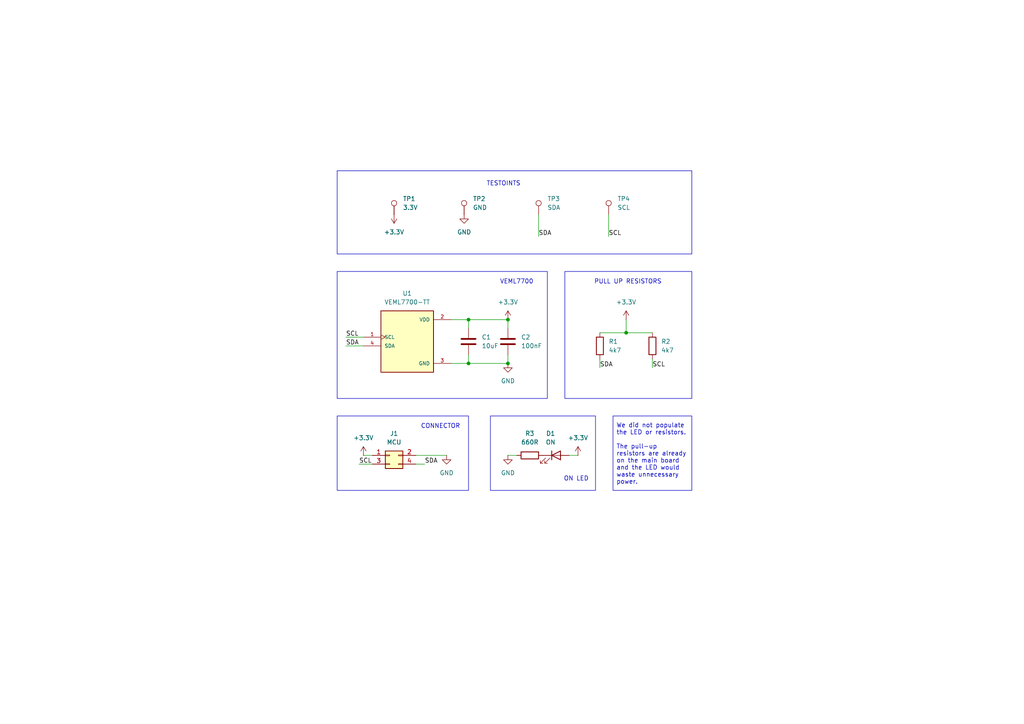
<source format=kicad_sch>
(kicad_sch
	(version 20231120)
	(generator "eeschema")
	(generator_version "8.0")
	(uuid "d0c1579f-1112-444a-807b-a2046737fdbb")
	(paper "A4")
	(title_block
		(title "VEML7700-TT")
		(date "2025-03-07")
		(rev "1")
	)
	(lib_symbols
		(symbol "Connector:TestPoint"
			(pin_numbers hide)
			(pin_names
				(offset 0.762) hide)
			(exclude_from_sim no)
			(in_bom yes)
			(on_board yes)
			(property "Reference" "TP"
				(at 0 6.858 0)
				(effects
					(font
						(size 1.27 1.27)
					)
				)
			)
			(property "Value" "TestPoint"
				(at 0 5.08 0)
				(effects
					(font
						(size 1.27 1.27)
					)
				)
			)
			(property "Footprint" ""
				(at 5.08 0 0)
				(effects
					(font
						(size 1.27 1.27)
					)
					(hide yes)
				)
			)
			(property "Datasheet" "~"
				(at 5.08 0 0)
				(effects
					(font
						(size 1.27 1.27)
					)
					(hide yes)
				)
			)
			(property "Description" "test point"
				(at 0 0 0)
				(effects
					(font
						(size 1.27 1.27)
					)
					(hide yes)
				)
			)
			(property "ki_keywords" "test point tp"
				(at 0 0 0)
				(effects
					(font
						(size 1.27 1.27)
					)
					(hide yes)
				)
			)
			(property "ki_fp_filters" "Pin* Test*"
				(at 0 0 0)
				(effects
					(font
						(size 1.27 1.27)
					)
					(hide yes)
				)
			)
			(symbol "TestPoint_0_1"
				(circle
					(center 0 3.302)
					(radius 0.762)
					(stroke
						(width 0)
						(type default)
					)
					(fill
						(type none)
					)
				)
			)
			(symbol "TestPoint_1_1"
				(pin passive line
					(at 0 0 90)
					(length 2.54)
					(name "1"
						(effects
							(font
								(size 1.27 1.27)
							)
						)
					)
					(number "1"
						(effects
							(font
								(size 1.27 1.27)
							)
						)
					)
				)
			)
		)
		(symbol "Connector_Generic:Conn_02x02_Odd_Even"
			(pin_names
				(offset 1.016) hide)
			(exclude_from_sim no)
			(in_bom yes)
			(on_board yes)
			(property "Reference" "J"
				(at 1.27 2.54 0)
				(effects
					(font
						(size 1.27 1.27)
					)
				)
			)
			(property "Value" "Conn_02x02_Odd_Even"
				(at 1.27 -5.08 0)
				(effects
					(font
						(size 1.27 1.27)
					)
				)
			)
			(property "Footprint" ""
				(at 0 0 0)
				(effects
					(font
						(size 1.27 1.27)
					)
					(hide yes)
				)
			)
			(property "Datasheet" "~"
				(at 0 0 0)
				(effects
					(font
						(size 1.27 1.27)
					)
					(hide yes)
				)
			)
			(property "Description" "Generic connector, double row, 02x02, odd/even pin numbering scheme (row 1 odd numbers, row 2 even numbers), script generated (kicad-library-utils/schlib/autogen/connector/)"
				(at 0 0 0)
				(effects
					(font
						(size 1.27 1.27)
					)
					(hide yes)
				)
			)
			(property "ki_keywords" "connector"
				(at 0 0 0)
				(effects
					(font
						(size 1.27 1.27)
					)
					(hide yes)
				)
			)
			(property "ki_fp_filters" "Connector*:*_2x??_*"
				(at 0 0 0)
				(effects
					(font
						(size 1.27 1.27)
					)
					(hide yes)
				)
			)
			(symbol "Conn_02x02_Odd_Even_1_1"
				(rectangle
					(start -1.27 -2.413)
					(end 0 -2.667)
					(stroke
						(width 0.1524)
						(type default)
					)
					(fill
						(type none)
					)
				)
				(rectangle
					(start -1.27 0.127)
					(end 0 -0.127)
					(stroke
						(width 0.1524)
						(type default)
					)
					(fill
						(type none)
					)
				)
				(rectangle
					(start -1.27 1.27)
					(end 3.81 -3.81)
					(stroke
						(width 0.254)
						(type default)
					)
					(fill
						(type background)
					)
				)
				(rectangle
					(start 3.81 -2.413)
					(end 2.54 -2.667)
					(stroke
						(width 0.1524)
						(type default)
					)
					(fill
						(type none)
					)
				)
				(rectangle
					(start 3.81 0.127)
					(end 2.54 -0.127)
					(stroke
						(width 0.1524)
						(type default)
					)
					(fill
						(type none)
					)
				)
				(pin passive line
					(at -5.08 0 0)
					(length 3.81)
					(name "Pin_1"
						(effects
							(font
								(size 1.27 1.27)
							)
						)
					)
					(number "1"
						(effects
							(font
								(size 1.27 1.27)
							)
						)
					)
				)
				(pin passive line
					(at 7.62 0 180)
					(length 3.81)
					(name "Pin_2"
						(effects
							(font
								(size 1.27 1.27)
							)
						)
					)
					(number "2"
						(effects
							(font
								(size 1.27 1.27)
							)
						)
					)
				)
				(pin passive line
					(at -5.08 -2.54 0)
					(length 3.81)
					(name "Pin_3"
						(effects
							(font
								(size 1.27 1.27)
							)
						)
					)
					(number "3"
						(effects
							(font
								(size 1.27 1.27)
							)
						)
					)
				)
				(pin passive line
					(at 7.62 -2.54 180)
					(length 3.81)
					(name "Pin_4"
						(effects
							(font
								(size 1.27 1.27)
							)
						)
					)
					(number "4"
						(effects
							(font
								(size 1.27 1.27)
							)
						)
					)
				)
			)
		)
		(symbol "Device:C"
			(pin_numbers hide)
			(pin_names
				(offset 0.254)
			)
			(exclude_from_sim no)
			(in_bom yes)
			(on_board yes)
			(property "Reference" "C"
				(at 0.635 2.54 0)
				(effects
					(font
						(size 1.27 1.27)
					)
					(justify left)
				)
			)
			(property "Value" "C"
				(at 0.635 -2.54 0)
				(effects
					(font
						(size 1.27 1.27)
					)
					(justify left)
				)
			)
			(property "Footprint" ""
				(at 0.9652 -3.81 0)
				(effects
					(font
						(size 1.27 1.27)
					)
					(hide yes)
				)
			)
			(property "Datasheet" "~"
				(at 0 0 0)
				(effects
					(font
						(size 1.27 1.27)
					)
					(hide yes)
				)
			)
			(property "Description" "Unpolarized capacitor"
				(at 0 0 0)
				(effects
					(font
						(size 1.27 1.27)
					)
					(hide yes)
				)
			)
			(property "ki_keywords" "cap capacitor"
				(at 0 0 0)
				(effects
					(font
						(size 1.27 1.27)
					)
					(hide yes)
				)
			)
			(property "ki_fp_filters" "C_*"
				(at 0 0 0)
				(effects
					(font
						(size 1.27 1.27)
					)
					(hide yes)
				)
			)
			(symbol "C_0_1"
				(polyline
					(pts
						(xy -2.032 -0.762) (xy 2.032 -0.762)
					)
					(stroke
						(width 0.508)
						(type default)
					)
					(fill
						(type none)
					)
				)
				(polyline
					(pts
						(xy -2.032 0.762) (xy 2.032 0.762)
					)
					(stroke
						(width 0.508)
						(type default)
					)
					(fill
						(type none)
					)
				)
			)
			(symbol "C_1_1"
				(pin passive line
					(at 0 3.81 270)
					(length 2.794)
					(name "~"
						(effects
							(font
								(size 1.27 1.27)
							)
						)
					)
					(number "1"
						(effects
							(font
								(size 1.27 1.27)
							)
						)
					)
				)
				(pin passive line
					(at 0 -3.81 90)
					(length 2.794)
					(name "~"
						(effects
							(font
								(size 1.27 1.27)
							)
						)
					)
					(number "2"
						(effects
							(font
								(size 1.27 1.27)
							)
						)
					)
				)
			)
		)
		(symbol "Device:LED"
			(pin_numbers hide)
			(pin_names
				(offset 1.016) hide)
			(exclude_from_sim no)
			(in_bom yes)
			(on_board yes)
			(property "Reference" "D"
				(at 0 2.54 0)
				(effects
					(font
						(size 1.27 1.27)
					)
				)
			)
			(property "Value" "LED"
				(at 0 -2.54 0)
				(effects
					(font
						(size 1.27 1.27)
					)
				)
			)
			(property "Footprint" ""
				(at 0 0 0)
				(effects
					(font
						(size 1.27 1.27)
					)
					(hide yes)
				)
			)
			(property "Datasheet" "~"
				(at 0 0 0)
				(effects
					(font
						(size 1.27 1.27)
					)
					(hide yes)
				)
			)
			(property "Description" "Light emitting diode"
				(at 0 0 0)
				(effects
					(font
						(size 1.27 1.27)
					)
					(hide yes)
				)
			)
			(property "ki_keywords" "LED diode"
				(at 0 0 0)
				(effects
					(font
						(size 1.27 1.27)
					)
					(hide yes)
				)
			)
			(property "ki_fp_filters" "LED* LED_SMD:* LED_THT:*"
				(at 0 0 0)
				(effects
					(font
						(size 1.27 1.27)
					)
					(hide yes)
				)
			)
			(symbol "LED_0_1"
				(polyline
					(pts
						(xy -1.27 -1.27) (xy -1.27 1.27)
					)
					(stroke
						(width 0.254)
						(type default)
					)
					(fill
						(type none)
					)
				)
				(polyline
					(pts
						(xy -1.27 0) (xy 1.27 0)
					)
					(stroke
						(width 0)
						(type default)
					)
					(fill
						(type none)
					)
				)
				(polyline
					(pts
						(xy 1.27 -1.27) (xy 1.27 1.27) (xy -1.27 0) (xy 1.27 -1.27)
					)
					(stroke
						(width 0.254)
						(type default)
					)
					(fill
						(type none)
					)
				)
				(polyline
					(pts
						(xy -3.048 -0.762) (xy -4.572 -2.286) (xy -3.81 -2.286) (xy -4.572 -2.286) (xy -4.572 -1.524)
					)
					(stroke
						(width 0)
						(type default)
					)
					(fill
						(type none)
					)
				)
				(polyline
					(pts
						(xy -1.778 -0.762) (xy -3.302 -2.286) (xy -2.54 -2.286) (xy -3.302 -2.286) (xy -3.302 -1.524)
					)
					(stroke
						(width 0)
						(type default)
					)
					(fill
						(type none)
					)
				)
			)
			(symbol "LED_1_1"
				(pin passive line
					(at -3.81 0 0)
					(length 2.54)
					(name "K"
						(effects
							(font
								(size 1.27 1.27)
							)
						)
					)
					(number "1"
						(effects
							(font
								(size 1.27 1.27)
							)
						)
					)
				)
				(pin passive line
					(at 3.81 0 180)
					(length 2.54)
					(name "A"
						(effects
							(font
								(size 1.27 1.27)
							)
						)
					)
					(number "2"
						(effects
							(font
								(size 1.27 1.27)
							)
						)
					)
				)
			)
		)
		(symbol "Device:R"
			(pin_numbers hide)
			(pin_names
				(offset 0)
			)
			(exclude_from_sim no)
			(in_bom yes)
			(on_board yes)
			(property "Reference" "R"
				(at 2.032 0 90)
				(effects
					(font
						(size 1.27 1.27)
					)
				)
			)
			(property "Value" "R"
				(at 0 0 90)
				(effects
					(font
						(size 1.27 1.27)
					)
				)
			)
			(property "Footprint" ""
				(at -1.778 0 90)
				(effects
					(font
						(size 1.27 1.27)
					)
					(hide yes)
				)
			)
			(property "Datasheet" "~"
				(at 0 0 0)
				(effects
					(font
						(size 1.27 1.27)
					)
					(hide yes)
				)
			)
			(property "Description" "Resistor"
				(at 0 0 0)
				(effects
					(font
						(size 1.27 1.27)
					)
					(hide yes)
				)
			)
			(property "ki_keywords" "R res resistor"
				(at 0 0 0)
				(effects
					(font
						(size 1.27 1.27)
					)
					(hide yes)
				)
			)
			(property "ki_fp_filters" "R_*"
				(at 0 0 0)
				(effects
					(font
						(size 1.27 1.27)
					)
					(hide yes)
				)
			)
			(symbol "R_0_1"
				(rectangle
					(start -1.016 -2.54)
					(end 1.016 2.54)
					(stroke
						(width 0.254)
						(type default)
					)
					(fill
						(type none)
					)
				)
			)
			(symbol "R_1_1"
				(pin passive line
					(at 0 3.81 270)
					(length 1.27)
					(name "~"
						(effects
							(font
								(size 1.27 1.27)
							)
						)
					)
					(number "1"
						(effects
							(font
								(size 1.27 1.27)
							)
						)
					)
				)
				(pin passive line
					(at 0 -3.81 90)
					(length 1.27)
					(name "~"
						(effects
							(font
								(size 1.27 1.27)
							)
						)
					)
					(number "2"
						(effects
							(font
								(size 1.27 1.27)
							)
						)
					)
				)
			)
		)
		(symbol "VEML7700-TT:VEML7700-TT"
			(pin_names
				(offset 1.016)
			)
			(exclude_from_sim no)
			(in_bom yes)
			(on_board yes)
			(property "Reference" "U"
				(at -7.62 10.795 0)
				(effects
					(font
						(size 1.27 1.27)
					)
					(justify left bottom)
				)
			)
			(property "Value" "VEML7700-TT"
				(at -7.62 -10.16 0)
				(effects
					(font
						(size 1.27 1.27)
					)
					(justify left bottom)
				)
			)
			(property "Footprint" "VEML7700-TT:XDCR_VEML7700-TT"
				(at 0 0 0)
				(effects
					(font
						(size 1.27 1.27)
					)
					(justify bottom)
					(hide yes)
				)
			)
			(property "Datasheet" ""
				(at 0 0 0)
				(effects
					(font
						(size 1.27 1.27)
					)
					(hide yes)
				)
			)
			(property "Description" ""
				(at 0 0 0)
				(effects
					(font
						(size 1.27 1.27)
					)
					(hide yes)
				)
			)
			(property "PARTREV" "1.6"
				(at 0 0 0)
				(effects
					(font
						(size 1.27 1.27)
					)
					(justify bottom)
					(hide yes)
				)
			)
			(property "STANDARD" "Manufacturer Recommendations"
				(at 0 0 0)
				(effects
					(font
						(size 1.27 1.27)
					)
					(justify bottom)
					(hide yes)
				)
			)
			(property "SNAPEDA_PN" "VEML7700-TT"
				(at 0 0 0)
				(effects
					(font
						(size 1.27 1.27)
					)
					(justify bottom)
					(hide yes)
				)
			)
			(property "MAXIMUM_PACKAGE_HEIGHT" "2.35 mm"
				(at 0 0 0)
				(effects
					(font
						(size 1.27 1.27)
					)
					(justify bottom)
					(hide yes)
				)
			)
			(property "MANUFACTURER" "Vishay"
				(at 0 0 0)
				(effects
					(font
						(size 1.27 1.27)
					)
					(justify bottom)
					(hide yes)
				)
			)
			(symbol "VEML7700-TT_0_0"
				(rectangle
					(start -7.62 -7.62)
					(end 7.62 10.16)
					(stroke
						(width 0.254)
						(type default)
					)
					(fill
						(type background)
					)
				)
				(pin input clock
					(at -12.7 2.54 0)
					(length 5.08)
					(name "SCL"
						(effects
							(font
								(size 1.016 1.016)
							)
						)
					)
					(number "1"
						(effects
							(font
								(size 1.016 1.016)
							)
						)
					)
				)
				(pin power_in line
					(at 12.7 7.62 180)
					(length 5.08)
					(name "VDD"
						(effects
							(font
								(size 1.016 1.016)
							)
						)
					)
					(number "2"
						(effects
							(font
								(size 1.016 1.016)
							)
						)
					)
				)
				(pin power_in line
					(at 12.7 -5.08 180)
					(length 5.08)
					(name "GND"
						(effects
							(font
								(size 1.016 1.016)
							)
						)
					)
					(number "3"
						(effects
							(font
								(size 1.016 1.016)
							)
						)
					)
				)
				(pin bidirectional line
					(at -12.7 0 0)
					(length 5.08)
					(name "SDA"
						(effects
							(font
								(size 1.016 1.016)
							)
						)
					)
					(number "4"
						(effects
							(font
								(size 1.016 1.016)
							)
						)
					)
				)
			)
		)
		(symbol "power:+3.3V"
			(power)
			(pin_numbers hide)
			(pin_names
				(offset 0) hide)
			(exclude_from_sim no)
			(in_bom yes)
			(on_board yes)
			(property "Reference" "#PWR"
				(at 0 -3.81 0)
				(effects
					(font
						(size 1.27 1.27)
					)
					(hide yes)
				)
			)
			(property "Value" "+3.3V"
				(at 0 3.556 0)
				(effects
					(font
						(size 1.27 1.27)
					)
				)
			)
			(property "Footprint" ""
				(at 0 0 0)
				(effects
					(font
						(size 1.27 1.27)
					)
					(hide yes)
				)
			)
			(property "Datasheet" ""
				(at 0 0 0)
				(effects
					(font
						(size 1.27 1.27)
					)
					(hide yes)
				)
			)
			(property "Description" "Power symbol creates a global label with name \"+3.3V\""
				(at 0 0 0)
				(effects
					(font
						(size 1.27 1.27)
					)
					(hide yes)
				)
			)
			(property "ki_keywords" "global power"
				(at 0 0 0)
				(effects
					(font
						(size 1.27 1.27)
					)
					(hide yes)
				)
			)
			(symbol "+3.3V_0_1"
				(polyline
					(pts
						(xy -0.762 1.27) (xy 0 2.54)
					)
					(stroke
						(width 0)
						(type default)
					)
					(fill
						(type none)
					)
				)
				(polyline
					(pts
						(xy 0 0) (xy 0 2.54)
					)
					(stroke
						(width 0)
						(type default)
					)
					(fill
						(type none)
					)
				)
				(polyline
					(pts
						(xy 0 2.54) (xy 0.762 1.27)
					)
					(stroke
						(width 0)
						(type default)
					)
					(fill
						(type none)
					)
				)
			)
			(symbol "+3.3V_1_1"
				(pin power_in line
					(at 0 0 90)
					(length 0)
					(name "~"
						(effects
							(font
								(size 1.27 1.27)
							)
						)
					)
					(number "1"
						(effects
							(font
								(size 1.27 1.27)
							)
						)
					)
				)
			)
		)
		(symbol "power:GND"
			(power)
			(pin_numbers hide)
			(pin_names
				(offset 0) hide)
			(exclude_from_sim no)
			(in_bom yes)
			(on_board yes)
			(property "Reference" "#PWR"
				(at 0 -6.35 0)
				(effects
					(font
						(size 1.27 1.27)
					)
					(hide yes)
				)
			)
			(property "Value" "GND"
				(at 0 -3.81 0)
				(effects
					(font
						(size 1.27 1.27)
					)
				)
			)
			(property "Footprint" ""
				(at 0 0 0)
				(effects
					(font
						(size 1.27 1.27)
					)
					(hide yes)
				)
			)
			(property "Datasheet" ""
				(at 0 0 0)
				(effects
					(font
						(size 1.27 1.27)
					)
					(hide yes)
				)
			)
			(property "Description" "Power symbol creates a global label with name \"GND\" , ground"
				(at 0 0 0)
				(effects
					(font
						(size 1.27 1.27)
					)
					(hide yes)
				)
			)
			(property "ki_keywords" "global power"
				(at 0 0 0)
				(effects
					(font
						(size 1.27 1.27)
					)
					(hide yes)
				)
			)
			(symbol "GND_0_1"
				(polyline
					(pts
						(xy 0 0) (xy 0 -1.27) (xy 1.27 -1.27) (xy 0 -2.54) (xy -1.27 -1.27) (xy 0 -1.27)
					)
					(stroke
						(width 0)
						(type default)
					)
					(fill
						(type none)
					)
				)
			)
			(symbol "GND_1_1"
				(pin power_in line
					(at 0 0 270)
					(length 0)
					(name "~"
						(effects
							(font
								(size 1.27 1.27)
							)
						)
					)
					(number "1"
						(effects
							(font
								(size 1.27 1.27)
							)
						)
					)
				)
			)
		)
	)
	(junction
		(at 135.89 105.41)
		(diameter 0)
		(color 0 0 0 0)
		(uuid "0341f3db-8cd9-400d-b17f-a61d1a351fe6")
	)
	(junction
		(at 181.61 96.52)
		(diameter 0)
		(color 0 0 0 0)
		(uuid "422a3091-c7d3-4222-b336-c56d3d8e0165")
	)
	(junction
		(at 147.32 92.71)
		(diameter 0)
		(color 0 0 0 0)
		(uuid "6d94dcdd-a643-49b7-b231-31b039e210af")
	)
	(junction
		(at 135.89 92.71)
		(diameter 0)
		(color 0 0 0 0)
		(uuid "724728b4-95cd-49dc-87ef-cfdfa053838b")
	)
	(junction
		(at 147.32 105.41)
		(diameter 0)
		(color 0 0 0 0)
		(uuid "f764034e-78b8-4db7-8682-80435920962b")
	)
	(wire
		(pts
			(xy 130.81 105.41) (xy 135.89 105.41)
		)
		(stroke
			(width 0)
			(type default)
		)
		(uuid "0949d7c7-e37b-4ff2-9e6c-495d2fed04a5")
	)
	(wire
		(pts
			(xy 173.99 96.52) (xy 181.61 96.52)
		)
		(stroke
			(width 0)
			(type default)
		)
		(uuid "0b954625-8b80-4744-82d4-a6be18674402")
	)
	(wire
		(pts
			(xy 100.33 97.79) (xy 105.41 97.79)
		)
		(stroke
			(width 0)
			(type default)
		)
		(uuid "17ee8f8f-628e-4e7c-89c3-a1e015ddcd09")
	)
	(wire
		(pts
			(xy 105.41 132.08) (xy 107.95 132.08)
		)
		(stroke
			(width 0)
			(type default)
		)
		(uuid "23a9d3b6-dea0-45f6-bcf3-c07f06ce2c2c")
	)
	(wire
		(pts
			(xy 176.53 68.58) (xy 176.53 62.23)
		)
		(stroke
			(width 0)
			(type default)
		)
		(uuid "426fad63-3b79-428e-a7a7-63ec659f3ae8")
	)
	(wire
		(pts
			(xy 147.32 92.71) (xy 147.32 95.25)
		)
		(stroke
			(width 0)
			(type default)
		)
		(uuid "59265e6e-2088-4b52-b20d-27f60542986a")
	)
	(wire
		(pts
			(xy 123.19 134.62) (xy 120.65 134.62)
		)
		(stroke
			(width 0)
			(type default)
		)
		(uuid "59f77a02-b203-412d-86aa-94247c531149")
	)
	(wire
		(pts
			(xy 135.89 92.71) (xy 147.32 92.71)
		)
		(stroke
			(width 0)
			(type default)
		)
		(uuid "5c183830-ece3-4c0b-aba0-ec49bfcbb83f")
	)
	(wire
		(pts
			(xy 156.21 68.58) (xy 156.21 62.23)
		)
		(stroke
			(width 0)
			(type default)
		)
		(uuid "647ba313-1541-458a-b8b8-0d575041747f")
	)
	(wire
		(pts
			(xy 135.89 105.41) (xy 147.32 105.41)
		)
		(stroke
			(width 0)
			(type default)
		)
		(uuid "75db4639-a215-444b-ace4-779c826c0d82")
	)
	(wire
		(pts
			(xy 173.99 106.68) (xy 173.99 104.14)
		)
		(stroke
			(width 0)
			(type default)
		)
		(uuid "80c36354-8fa9-4f29-9561-38463b419946")
	)
	(wire
		(pts
			(xy 181.61 96.52) (xy 189.23 96.52)
		)
		(stroke
			(width 0)
			(type default)
		)
		(uuid "815efc5e-9cbf-4719-94bc-4bc6f7c7e5a5")
	)
	(wire
		(pts
			(xy 147.32 102.87) (xy 147.32 105.41)
		)
		(stroke
			(width 0)
			(type default)
		)
		(uuid "83fd08b3-9e5b-46b6-a395-e331e3a479b8")
	)
	(wire
		(pts
			(xy 135.89 102.87) (xy 135.89 105.41)
		)
		(stroke
			(width 0)
			(type default)
		)
		(uuid "8588e774-9962-4a1e-9782-6177cdd28b99")
	)
	(wire
		(pts
			(xy 147.32 132.08) (xy 149.86 132.08)
		)
		(stroke
			(width 0)
			(type default)
		)
		(uuid "a47b7fce-db07-4921-87bf-01f562fcd12f")
	)
	(wire
		(pts
			(xy 100.33 100.33) (xy 105.41 100.33)
		)
		(stroke
			(width 0)
			(type default)
		)
		(uuid "a4f567df-2224-4381-986d-9c2568e8d5a3")
	)
	(wire
		(pts
			(xy 135.89 92.71) (xy 135.89 95.25)
		)
		(stroke
			(width 0)
			(type default)
		)
		(uuid "af7c4024-e4c1-4a2c-828f-5f92abe8eb32")
	)
	(wire
		(pts
			(xy 104.14 134.62) (xy 107.95 134.62)
		)
		(stroke
			(width 0)
			(type default)
		)
		(uuid "b31b38c6-89b1-4cd7-9e88-ff61e551d6df")
	)
	(wire
		(pts
			(xy 167.64 132.08) (xy 165.1 132.08)
		)
		(stroke
			(width 0)
			(type default)
		)
		(uuid "b4aaae3e-c92b-4465-bff3-bd47ee7418a0")
	)
	(wire
		(pts
			(xy 189.23 106.68) (xy 189.23 104.14)
		)
		(stroke
			(width 0)
			(type default)
		)
		(uuid "d769db76-0430-4475-ac0a-fb409666d8a2")
	)
	(wire
		(pts
			(xy 120.65 132.08) (xy 129.54 132.08)
		)
		(stroke
			(width 0)
			(type default)
		)
		(uuid "de9bbfd3-fbd6-4d79-be19-ed31d0180a6d")
	)
	(wire
		(pts
			(xy 181.61 92.71) (xy 181.61 96.52)
		)
		(stroke
			(width 0)
			(type default)
		)
		(uuid "fd776386-a9a9-4972-b566-07b9e3ff7f96")
	)
	(wire
		(pts
			(xy 130.81 92.71) (xy 135.89 92.71)
		)
		(stroke
			(width 0)
			(type default)
		)
		(uuid "fde5b1e5-0a55-4827-8923-b7bdaad35f42")
	)
	(rectangle
		(start 97.79 78.74)
		(end 158.75 115.57)
		(stroke
			(width 0)
			(type default)
		)
		(fill
			(type none)
		)
		(uuid 3ec4b03e-9217-411e-ad7f-ec775c780ad7)
	)
	(rectangle
		(start 97.79 120.65)
		(end 135.89 142.24)
		(stroke
			(width 0)
			(type default)
		)
		(fill
			(type none)
		)
		(uuid 419fa924-eff4-4a3d-b5c1-b031682f3863)
	)
	(rectangle
		(start 142.24 120.65)
		(end 172.72 142.24)
		(stroke
			(width 0)
			(type default)
		)
		(fill
			(type none)
		)
		(uuid b406c12d-435c-4834-b220-52cb29bf4b34)
	)
	(rectangle
		(start 163.83 78.74)
		(end 200.66 115.57)
		(stroke
			(width 0)
			(type default)
		)
		(fill
			(type none)
		)
		(uuid ce65b02b-accd-4f72-bb92-ff9687cf7536)
	)
	(rectangle
		(start 97.79 49.53)
		(end 200.66 73.66)
		(stroke
			(width 0)
			(type default)
		)
		(fill
			(type none)
		)
		(uuid eb6b91d1-4fc0-4cd9-ab5a-f7ac0da1f596)
	)
	(text_box ""
		(exclude_from_sim no)
		(at 190.5 132.08 0)
		(size 0 0)
		(stroke
			(width 0)
			(type default)
		)
		(fill
			(type none)
		)
		(effects
			(font
				(size 1.27 1.27)
			)
			(justify left)
		)
		(uuid "1cffd939-3643-4d58-9cef-966ff74cb4df")
	)
	(text_box "We did not populate the LED or resistors.\n\nThe pull-up resistors are already on the main board and the LED would waste unnecessary power."
		(exclude_from_sim no)
		(at 177.8 120.65 0)
		(size 22.86 21.59)
		(stroke
			(width 0)
			(type default)
		)
		(fill
			(type none)
		)
		(effects
			(font
				(size 1.27 1.27)
			)
			(justify left)
		)
		(uuid "be275476-7a0b-4c78-8af3-06a16215c572")
	)
	(text "VEML7700"
		(exclude_from_sim no)
		(at 149.86 81.788 0)
		(effects
			(font
				(size 1.27 1.27)
			)
		)
		(uuid "46e116d7-f1b6-4b2b-b4f5-5282d75c8ffd")
	)
	(text "TESTOINTS"
		(exclude_from_sim no)
		(at 146.05 53.34 0)
		(effects
			(font
				(size 1.27 1.27)
			)
		)
		(uuid "4ff0b52c-cfe7-43f1-b6cb-c84624b18c74")
	)
	(text "ON LED"
		(exclude_from_sim no)
		(at 167.132 138.938 0)
		(effects
			(font
				(size 1.27 1.27)
			)
		)
		(uuid "9ee85088-d02c-4883-8fd6-1ed4312045c9")
	)
	(text "PULL UP RESISTORS"
		(exclude_from_sim no)
		(at 182.118 81.788 0)
		(effects
			(font
				(size 1.27 1.27)
			)
		)
		(uuid "ab0d5244-3df9-4a61-af3a-16f2daf1dc86")
	)
	(text "CONNECTOR"
		(exclude_from_sim no)
		(at 127.762 123.698 0)
		(effects
			(font
				(size 1.27 1.27)
			)
		)
		(uuid "ee8a0940-48b9-4fc4-bf4e-6c613c21412c")
	)
	(label "SDA"
		(at 156.21 68.58 0)
		(effects
			(font
				(size 1.27 1.27)
			)
			(justify left bottom)
		)
		(uuid "08973843-9590-4e37-a065-9fadf0d8a12e")
	)
	(label "SDA"
		(at 123.19 134.62 0)
		(effects
			(font
				(size 1.27 1.27)
			)
			(justify left bottom)
		)
		(uuid "13724825-ad30-4eee-9760-619a7a55a8c1")
	)
	(label "SDA"
		(at 173.99 106.68 0)
		(effects
			(font
				(size 1.27 1.27)
			)
			(justify left bottom)
		)
		(uuid "224cff6c-a6da-4f75-af3b-8c0b77329b9f")
	)
	(label "SCL"
		(at 189.23 106.68 0)
		(effects
			(font
				(size 1.27 1.27)
			)
			(justify left bottom)
		)
		(uuid "3c605642-795d-481b-880c-fc3ddfb1ccf2")
	)
	(label "SCL"
		(at 104.14 134.62 0)
		(effects
			(font
				(size 1.27 1.27)
			)
			(justify left bottom)
		)
		(uuid "44050faa-ddfd-4470-8945-83763b4ead1f")
	)
	(label "SDA"
		(at 100.33 100.33 0)
		(effects
			(font
				(size 1.27 1.27)
			)
			(justify left bottom)
		)
		(uuid "48fb2433-2cc9-4e6a-82ec-1f62aa0509de")
	)
	(label "SCL"
		(at 100.33 97.79 0)
		(effects
			(font
				(size 1.27 1.27)
			)
			(justify left bottom)
		)
		(uuid "5f4c8c67-bb02-4345-9fd0-399d3d419d51")
	)
	(label "SCL"
		(at 176.53 68.58 0)
		(effects
			(font
				(size 1.27 1.27)
			)
			(justify left bottom)
		)
		(uuid "8e2f2e76-a063-4232-98a7-795db649fac1")
	)
	(symbol
		(lib_id "VEML7700-TT:VEML7700-TT")
		(at 118.11 100.33 0)
		(unit 1)
		(exclude_from_sim no)
		(in_bom yes)
		(on_board yes)
		(dnp no)
		(fields_autoplaced yes)
		(uuid "15cce619-5a1a-4663-b4d3-503afb5a9353")
		(property "Reference" "U1"
			(at 118.11 85.09 0)
			(effects
				(font
					(size 1.27 1.27)
				)
			)
		)
		(property "Value" "VEML7700-TT"
			(at 118.11 87.63 0)
			(effects
				(font
					(size 1.27 1.27)
				)
			)
		)
		(property "Footprint" "VEML7700-TT:XDCR_VEML7700-TT"
			(at 118.11 100.33 0)
			(effects
				(font
					(size 1.27 1.27)
				)
				(justify bottom)
				(hide yes)
			)
		)
		(property "Datasheet" ""
			(at 118.11 100.33 0)
			(effects
				(font
					(size 1.27 1.27)
				)
				(hide yes)
			)
		)
		(property "Description" ""
			(at 118.11 100.33 0)
			(effects
				(font
					(size 1.27 1.27)
				)
				(hide yes)
			)
		)
		(property "PARTREV" "1.6"
			(at 118.11 100.33 0)
			(effects
				(font
					(size 1.27 1.27)
				)
				(justify bottom)
				(hide yes)
			)
		)
		(property "STANDARD" "Manufacturer Recommendations"
			(at 118.11 100.33 0)
			(effects
				(font
					(size 1.27 1.27)
				)
				(justify bottom)
				(hide yes)
			)
		)
		(property "SNAPEDA_PN" "VEML7700-TT"
			(at 118.11 100.33 0)
			(effects
				(font
					(size 1.27 1.27)
				)
				(justify bottom)
				(hide yes)
			)
		)
		(property "MAXIMUM_PACKAGE_HEIGHT" "2.35 mm"
			(at 118.11 100.33 0)
			(effects
				(font
					(size 1.27 1.27)
				)
				(justify bottom)
				(hide yes)
			)
		)
		(property "MANUFACTURER" "Vishay"
			(at 118.11 100.33 0)
			(effects
				(font
					(size 1.27 1.27)
				)
				(justify bottom)
				(hide yes)
			)
		)
		(pin "3"
			(uuid "d6317e6e-4150-43d3-af2e-a71504c17cfc")
		)
		(pin "1"
			(uuid "0d077d7b-03f5-431d-9bec-8117065cabe0")
		)
		(pin "2"
			(uuid "a288ba17-8f36-460e-9afb-bc698a2c6e67")
		)
		(pin "4"
			(uuid "a79c7be1-4af6-4c27-a74d-28794b61d842")
		)
		(instances
			(project ""
				(path "/d0c1579f-1112-444a-807b-a2046737fdbb"
					(reference "U1")
					(unit 1)
				)
			)
		)
	)
	(symbol
		(lib_id "Connector_Generic:Conn_02x02_Odd_Even")
		(at 113.03 132.08 0)
		(unit 1)
		(exclude_from_sim no)
		(in_bom yes)
		(on_board yes)
		(dnp no)
		(fields_autoplaced yes)
		(uuid "2437f10b-259a-44d4-adb6-b4ea6d11e11d")
		(property "Reference" "J1"
			(at 114.3 125.73 0)
			(effects
				(font
					(size 1.27 1.27)
				)
			)
		)
		(property "Value" "MCU"
			(at 114.3 128.27 0)
			(effects
				(font
					(size 1.27 1.27)
				)
			)
		)
		(property "Footprint" "Connector_PinHeader_2.54mm:PinHeader_2x02_P2.54mm_Vertical_SMD"
			(at 113.03 132.08 0)
			(effects
				(font
					(size 1.27 1.27)
				)
				(hide yes)
			)
		)
		(property "Datasheet" "~"
			(at 113.03 132.08 0)
			(effects
				(font
					(size 1.27 1.27)
				)
				(hide yes)
			)
		)
		(property "Description" "Generic connector, double row, 02x02, odd/even pin numbering scheme (row 1 odd numbers, row 2 even numbers), script generated (kicad-library-utils/schlib/autogen/connector/)"
			(at 113.03 132.08 0)
			(effects
				(font
					(size 1.27 1.27)
				)
				(hide yes)
			)
		)
		(pin "2"
			(uuid "83e7e089-ad78-45f5-a407-e21df2ce7bc3")
		)
		(pin "1"
			(uuid "2ee8d3de-f6f5-465d-bb3a-d68c5a757bd9")
		)
		(pin "4"
			(uuid "2a090c5b-c8c3-4fdf-9533-956af5d8f7f6")
		)
		(pin "3"
			(uuid "bbadc969-ddec-4d1e-b776-a420be5d43bb")
		)
		(instances
			(project ""
				(path "/d0c1579f-1112-444a-807b-a2046737fdbb"
					(reference "J1")
					(unit 1)
				)
			)
		)
	)
	(symbol
		(lib_id "Connector:TestPoint")
		(at 176.53 62.23 0)
		(unit 1)
		(exclude_from_sim no)
		(in_bom yes)
		(on_board yes)
		(dnp no)
		(fields_autoplaced yes)
		(uuid "249e2a01-9f04-4380-94da-a56e4b2e7b09")
		(property "Reference" "TP4"
			(at 179.07 57.6579 0)
			(effects
				(font
					(size 1.27 1.27)
				)
				(justify left)
			)
		)
		(property "Value" "SCL"
			(at 179.07 60.1979 0)
			(effects
				(font
					(size 1.27 1.27)
				)
				(justify left)
			)
		)
		(property "Footprint" "TestPoint:TestPoint_THTPad_2.0x2.0mm_Drill1.0mm"
			(at 181.61 62.23 0)
			(effects
				(font
					(size 1.27 1.27)
				)
				(hide yes)
			)
		)
		(property "Datasheet" "~"
			(at 181.61 62.23 0)
			(effects
				(font
					(size 1.27 1.27)
				)
				(hide yes)
			)
		)
		(property "Description" "test point"
			(at 176.53 62.23 0)
			(effects
				(font
					(size 1.27 1.27)
				)
				(hide yes)
			)
		)
		(pin "1"
			(uuid "031cc892-449f-4052-9fed-99b55857204a")
		)
		(instances
			(project "VEML7700-TR"
				(path "/d0c1579f-1112-444a-807b-a2046737fdbb"
					(reference "TP4")
					(unit 1)
				)
			)
		)
	)
	(symbol
		(lib_id "Connector:TestPoint")
		(at 114.3 62.23 0)
		(unit 1)
		(exclude_from_sim no)
		(in_bom yes)
		(on_board yes)
		(dnp no)
		(fields_autoplaced yes)
		(uuid "61dd535a-a5ee-4dc9-bcbc-98cd5335b167")
		(property "Reference" "TP1"
			(at 116.84 57.6579 0)
			(effects
				(font
					(size 1.27 1.27)
				)
				(justify left)
			)
		)
		(property "Value" "3.3V"
			(at 116.84 60.1979 0)
			(effects
				(font
					(size 1.27 1.27)
				)
				(justify left)
			)
		)
		(property "Footprint" "TestPoint:TestPoint_THTPad_2.0x2.0mm_Drill1.0mm"
			(at 119.38 62.23 0)
			(effects
				(font
					(size 1.27 1.27)
				)
				(hide yes)
			)
		)
		(property "Datasheet" "~"
			(at 119.38 62.23 0)
			(effects
				(font
					(size 1.27 1.27)
				)
				(hide yes)
			)
		)
		(property "Description" "test point"
			(at 114.3 62.23 0)
			(effects
				(font
					(size 1.27 1.27)
				)
				(hide yes)
			)
		)
		(pin "1"
			(uuid "53646d7c-8078-49b2-a846-ae5790ce7a02")
		)
		(instances
			(project ""
				(path "/d0c1579f-1112-444a-807b-a2046737fdbb"
					(reference "TP1")
					(unit 1)
				)
			)
		)
	)
	(symbol
		(lib_id "power:+3.3V")
		(at 181.61 92.71 0)
		(unit 1)
		(exclude_from_sim no)
		(in_bom yes)
		(on_board yes)
		(dnp no)
		(fields_autoplaced yes)
		(uuid "6cda7b90-1552-4253-8a2f-02033d7dcf18")
		(property "Reference" "#PWR03"
			(at 181.61 96.52 0)
			(effects
				(font
					(size 1.27 1.27)
				)
				(hide yes)
			)
		)
		(property "Value" "+3.3V"
			(at 181.61 87.63 0)
			(effects
				(font
					(size 1.27 1.27)
				)
			)
		)
		(property "Footprint" ""
			(at 181.61 92.71 0)
			(effects
				(font
					(size 1.27 1.27)
				)
				(hide yes)
			)
		)
		(property "Datasheet" ""
			(at 181.61 92.71 0)
			(effects
				(font
					(size 1.27 1.27)
				)
				(hide yes)
			)
		)
		(property "Description" "Power symbol creates a global label with name \"+3.3V\""
			(at 181.61 92.71 0)
			(effects
				(font
					(size 1.27 1.27)
				)
				(hide yes)
			)
		)
		(pin "1"
			(uuid "12dd025a-a9ee-4f56-95ce-c2ce64768564")
		)
		(instances
			(project "VEML7700-TR"
				(path "/d0c1579f-1112-444a-807b-a2046737fdbb"
					(reference "#PWR03")
					(unit 1)
				)
			)
		)
	)
	(symbol
		(lib_id "Device:C")
		(at 147.32 99.06 0)
		(unit 1)
		(exclude_from_sim no)
		(in_bom yes)
		(on_board yes)
		(dnp no)
		(fields_autoplaced yes)
		(uuid "71c6fd1f-d0e8-4160-8021-d8d75295c2b3")
		(property "Reference" "C2"
			(at 151.13 97.7899 0)
			(effects
				(font
					(size 1.27 1.27)
				)
				(justify left)
			)
		)
		(property "Value" "100nF"
			(at 151.13 100.3299 0)
			(effects
				(font
					(size 1.27 1.27)
				)
				(justify left)
			)
		)
		(property "Footprint" "Capacitor_SMD:C_0805_2012Metric_Pad1.18x1.45mm_HandSolder"
			(at 148.2852 102.87 0)
			(effects
				(font
					(size 1.27 1.27)
				)
				(hide yes)
			)
		)
		(property "Datasheet" "~"
			(at 147.32 99.06 0)
			(effects
				(font
					(size 1.27 1.27)
				)
				(hide yes)
			)
		)
		(property "Description" "Unpolarized capacitor"
			(at 147.32 99.06 0)
			(effects
				(font
					(size 1.27 1.27)
				)
				(hide yes)
			)
		)
		(pin "1"
			(uuid "5460a58f-8725-4f29-9df6-0493dc7c7098")
		)
		(pin "2"
			(uuid "766f88ce-cf12-4614-85a0-c290037be1ed")
		)
		(instances
			(project "VEML7700-TR"
				(path "/d0c1579f-1112-444a-807b-a2046737fdbb"
					(reference "C2")
					(unit 1)
				)
			)
		)
	)
	(symbol
		(lib_id "Connector:TestPoint")
		(at 134.62 62.23 0)
		(unit 1)
		(exclude_from_sim no)
		(in_bom yes)
		(on_board yes)
		(dnp no)
		(fields_autoplaced yes)
		(uuid "735a743f-efb9-4420-b9e0-c9de12a0882c")
		(property "Reference" "TP2"
			(at 137.16 57.6579 0)
			(effects
				(font
					(size 1.27 1.27)
				)
				(justify left)
			)
		)
		(property "Value" "GND"
			(at 137.16 60.1979 0)
			(effects
				(font
					(size 1.27 1.27)
				)
				(justify left)
			)
		)
		(property "Footprint" "TestPoint:TestPoint_THTPad_2.0x2.0mm_Drill1.0mm"
			(at 139.7 62.23 0)
			(effects
				(font
					(size 1.27 1.27)
				)
				(hide yes)
			)
		)
		(property "Datasheet" "~"
			(at 139.7 62.23 0)
			(effects
				(font
					(size 1.27 1.27)
				)
				(hide yes)
			)
		)
		(property "Description" "test point"
			(at 134.62 62.23 0)
			(effects
				(font
					(size 1.27 1.27)
				)
				(hide yes)
			)
		)
		(pin "1"
			(uuid "f9715e10-9272-4bfe-b3df-b487fd4689a8")
		)
		(instances
			(project "VEML7700-TR"
				(path "/d0c1579f-1112-444a-807b-a2046737fdbb"
					(reference "TP2")
					(unit 1)
				)
			)
		)
	)
	(symbol
		(lib_id "power:+3.3V")
		(at 105.41 132.08 0)
		(unit 1)
		(exclude_from_sim no)
		(in_bom yes)
		(on_board yes)
		(dnp no)
		(fields_autoplaced yes)
		(uuid "7e39a623-9feb-4254-88f7-da9f2403e0a1")
		(property "Reference" "#PWR01"
			(at 105.41 135.89 0)
			(effects
				(font
					(size 1.27 1.27)
				)
				(hide yes)
			)
		)
		(property "Value" "+3.3V"
			(at 105.41 127 0)
			(effects
				(font
					(size 1.27 1.27)
				)
			)
		)
		(property "Footprint" ""
			(at 105.41 132.08 0)
			(effects
				(font
					(size 1.27 1.27)
				)
				(hide yes)
			)
		)
		(property "Datasheet" ""
			(at 105.41 132.08 0)
			(effects
				(font
					(size 1.27 1.27)
				)
				(hide yes)
			)
		)
		(property "Description" "Power symbol creates a global label with name \"+3.3V\""
			(at 105.41 132.08 0)
			(effects
				(font
					(size 1.27 1.27)
				)
				(hide yes)
			)
		)
		(pin "1"
			(uuid "438bb409-23d5-4f84-a719-fad9b570bf46")
		)
		(instances
			(project ""
				(path "/d0c1579f-1112-444a-807b-a2046737fdbb"
					(reference "#PWR01")
					(unit 1)
				)
			)
		)
	)
	(symbol
		(lib_id "power:GND")
		(at 134.62 62.23 0)
		(unit 1)
		(exclude_from_sim no)
		(in_bom yes)
		(on_board yes)
		(dnp no)
		(fields_autoplaced yes)
		(uuid "8005b183-a4a8-4b19-93c1-0e28f7772162")
		(property "Reference" "#PWR07"
			(at 134.62 68.58 0)
			(effects
				(font
					(size 1.27 1.27)
				)
				(hide yes)
			)
		)
		(property "Value" "GND"
			(at 134.62 67.31 0)
			(effects
				(font
					(size 1.27 1.27)
				)
			)
		)
		(property "Footprint" ""
			(at 134.62 62.23 0)
			(effects
				(font
					(size 1.27 1.27)
				)
				(hide yes)
			)
		)
		(property "Datasheet" ""
			(at 134.62 62.23 0)
			(effects
				(font
					(size 1.27 1.27)
				)
				(hide yes)
			)
		)
		(property "Description" "Power symbol creates a global label with name \"GND\" , ground"
			(at 134.62 62.23 0)
			(effects
				(font
					(size 1.27 1.27)
				)
				(hide yes)
			)
		)
		(pin "1"
			(uuid "b42d6f62-4253-4296-bc6a-8052c003dd11")
		)
		(instances
			(project "VEML7700-TR"
				(path "/d0c1579f-1112-444a-807b-a2046737fdbb"
					(reference "#PWR07")
					(unit 1)
				)
			)
		)
	)
	(symbol
		(lib_id "power:GND")
		(at 129.54 132.08 0)
		(unit 1)
		(exclude_from_sim no)
		(in_bom yes)
		(on_board yes)
		(dnp no)
		(fields_autoplaced yes)
		(uuid "82c0ab43-241c-4791-8b80-7e755a368314")
		(property "Reference" "#PWR04"
			(at 129.54 138.43 0)
			(effects
				(font
					(size 1.27 1.27)
				)
				(hide yes)
			)
		)
		(property "Value" "GND"
			(at 129.54 137.16 0)
			(effects
				(font
					(size 1.27 1.27)
				)
			)
		)
		(property "Footprint" ""
			(at 129.54 132.08 0)
			(effects
				(font
					(size 1.27 1.27)
				)
				(hide yes)
			)
		)
		(property "Datasheet" ""
			(at 129.54 132.08 0)
			(effects
				(font
					(size 1.27 1.27)
				)
				(hide yes)
			)
		)
		(property "Description" "Power symbol creates a global label with name \"GND\" , ground"
			(at 129.54 132.08 0)
			(effects
				(font
					(size 1.27 1.27)
				)
				(hide yes)
			)
		)
		(pin "1"
			(uuid "b2eeaf23-0e1c-43d2-9218-da85b74d738d")
		)
		(instances
			(project ""
				(path "/d0c1579f-1112-444a-807b-a2046737fdbb"
					(reference "#PWR04")
					(unit 1)
				)
			)
		)
	)
	(symbol
		(lib_id "power:+3.3V")
		(at 114.3 62.23 180)
		(unit 1)
		(exclude_from_sim no)
		(in_bom yes)
		(on_board yes)
		(dnp no)
		(fields_autoplaced yes)
		(uuid "878f9a41-ff91-4b30-9b06-5d2a9f0717fa")
		(property "Reference" "#PWR06"
			(at 114.3 58.42 0)
			(effects
				(font
					(size 1.27 1.27)
				)
				(hide yes)
			)
		)
		(property "Value" "+3.3V"
			(at 114.3 67.31 0)
			(effects
				(font
					(size 1.27 1.27)
				)
			)
		)
		(property "Footprint" ""
			(at 114.3 62.23 0)
			(effects
				(font
					(size 1.27 1.27)
				)
				(hide yes)
			)
		)
		(property "Datasheet" ""
			(at 114.3 62.23 0)
			(effects
				(font
					(size 1.27 1.27)
				)
				(hide yes)
			)
		)
		(property "Description" "Power symbol creates a global label with name \"+3.3V\""
			(at 114.3 62.23 0)
			(effects
				(font
					(size 1.27 1.27)
				)
				(hide yes)
			)
		)
		(pin "1"
			(uuid "d37c49dd-d7c2-405e-b7bb-7a9876ff443a")
		)
		(instances
			(project "VEML7700-TR"
				(path "/d0c1579f-1112-444a-807b-a2046737fdbb"
					(reference "#PWR06")
					(unit 1)
				)
			)
		)
	)
	(symbol
		(lib_id "Device:R")
		(at 153.67 132.08 90)
		(unit 1)
		(exclude_from_sim no)
		(in_bom yes)
		(on_board yes)
		(dnp no)
		(fields_autoplaced yes)
		(uuid "8c201958-be21-46c6-9e50-27adf550dd49")
		(property "Reference" "R3"
			(at 153.67 125.73 90)
			(effects
				(font
					(size 1.27 1.27)
				)
			)
		)
		(property "Value" "660R"
			(at 153.67 128.27 90)
			(effects
				(font
					(size 1.27 1.27)
				)
			)
		)
		(property "Footprint" "Resistor_SMD:R_0805_2012Metric_Pad1.20x1.40mm_HandSolder"
			(at 153.67 133.858 90)
			(effects
				(font
					(size 1.27 1.27)
				)
				(hide yes)
			)
		)
		(property "Datasheet" "~"
			(at 153.67 132.08 0)
			(effects
				(font
					(size 1.27 1.27)
				)
				(hide yes)
			)
		)
		(property "Description" "Resistor"
			(at 153.67 132.08 0)
			(effects
				(font
					(size 1.27 1.27)
				)
				(hide yes)
			)
		)
		(pin "1"
			(uuid "754ae851-daef-424d-a0a4-9dba125360ae")
		)
		(pin "2"
			(uuid "762d353d-4892-44ec-9c59-30941b0149a4")
		)
		(instances
			(project ""
				(path "/d0c1579f-1112-444a-807b-a2046737fdbb"
					(reference "R3")
					(unit 1)
				)
			)
		)
	)
	(symbol
		(lib_id "Device:C")
		(at 135.89 99.06 0)
		(unit 1)
		(exclude_from_sim no)
		(in_bom yes)
		(on_board yes)
		(dnp no)
		(fields_autoplaced yes)
		(uuid "c49ad257-deec-4c3d-940b-fdbb7d24de88")
		(property "Reference" "C1"
			(at 139.7 97.7899 0)
			(effects
				(font
					(size 1.27 1.27)
				)
				(justify left)
			)
		)
		(property "Value" "10uF"
			(at 139.7 100.3299 0)
			(effects
				(font
					(size 1.27 1.27)
				)
				(justify left)
			)
		)
		(property "Footprint" "Capacitor_SMD:C_0805_2012Metric_Pad1.18x1.45mm_HandSolder"
			(at 136.8552 102.87 0)
			(effects
				(font
					(size 1.27 1.27)
				)
				(hide yes)
			)
		)
		(property "Datasheet" "~"
			(at 135.89 99.06 0)
			(effects
				(font
					(size 1.27 1.27)
				)
				(hide yes)
			)
		)
		(property "Description" "Unpolarized capacitor"
			(at 135.89 99.06 0)
			(effects
				(font
					(size 1.27 1.27)
				)
				(hide yes)
			)
		)
		(pin "1"
			(uuid "8bbd50b3-70d0-4a9f-828b-140f9b6b24ce")
		)
		(pin "2"
			(uuid "a4bb99da-a9d5-47e4-890e-6d268df0ab34")
		)
		(instances
			(project ""
				(path "/d0c1579f-1112-444a-807b-a2046737fdbb"
					(reference "C1")
					(unit 1)
				)
			)
		)
	)
	(symbol
		(lib_id "Device:R")
		(at 189.23 100.33 0)
		(unit 1)
		(exclude_from_sim no)
		(in_bom yes)
		(on_board yes)
		(dnp no)
		(fields_autoplaced yes)
		(uuid "c821dfe2-6841-4110-ab33-0e6622a7165e")
		(property "Reference" "R2"
			(at 191.77 99.0599 0)
			(effects
				(font
					(size 1.27 1.27)
				)
				(justify left)
			)
		)
		(property "Value" "4k7"
			(at 191.77 101.5999 0)
			(effects
				(font
					(size 1.27 1.27)
				)
				(justify left)
			)
		)
		(property "Footprint" "Resistor_SMD:R_0805_2012Metric_Pad1.20x1.40mm_HandSolder"
			(at 187.452 100.33 90)
			(effects
				(font
					(size 1.27 1.27)
				)
				(hide yes)
			)
		)
		(property "Datasheet" "~"
			(at 189.23 100.33 0)
			(effects
				(font
					(size 1.27 1.27)
				)
				(hide yes)
			)
		)
		(property "Description" "Resistor"
			(at 189.23 100.33 0)
			(effects
				(font
					(size 1.27 1.27)
				)
				(hide yes)
			)
		)
		(pin "1"
			(uuid "c776efab-09b1-4727-85d2-499f6518843c")
		)
		(pin "2"
			(uuid "e9e86944-b8b9-4eec-94e1-bed73a02f788")
		)
		(instances
			(project "VEML7700-TR"
				(path "/d0c1579f-1112-444a-807b-a2046737fdbb"
					(reference "R2")
					(unit 1)
				)
			)
		)
	)
	(symbol
		(lib_id "power:GND")
		(at 147.32 105.41 0)
		(unit 1)
		(exclude_from_sim no)
		(in_bom yes)
		(on_board yes)
		(dnp no)
		(fields_autoplaced yes)
		(uuid "ded70e6c-6cef-4785-8ff8-6dd8946174fe")
		(property "Reference" "#PWR05"
			(at 147.32 111.76 0)
			(effects
				(font
					(size 1.27 1.27)
				)
				(hide yes)
			)
		)
		(property "Value" "GND"
			(at 147.32 110.49 0)
			(effects
				(font
					(size 1.27 1.27)
				)
			)
		)
		(property "Footprint" ""
			(at 147.32 105.41 0)
			(effects
				(font
					(size 1.27 1.27)
				)
				(hide yes)
			)
		)
		(property "Datasheet" ""
			(at 147.32 105.41 0)
			(effects
				(font
					(size 1.27 1.27)
				)
				(hide yes)
			)
		)
		(property "Description" "Power symbol creates a global label with name \"GND\" , ground"
			(at 147.32 105.41 0)
			(effects
				(font
					(size 1.27 1.27)
				)
				(hide yes)
			)
		)
		(pin "1"
			(uuid "2990a8d7-9c5d-452d-82c0-5cd1a2ba8592")
		)
		(instances
			(project "VEML7700-TR"
				(path "/d0c1579f-1112-444a-807b-a2046737fdbb"
					(reference "#PWR05")
					(unit 1)
				)
			)
		)
	)
	(symbol
		(lib_id "Device:R")
		(at 173.99 100.33 0)
		(unit 1)
		(exclude_from_sim no)
		(in_bom yes)
		(on_board yes)
		(dnp no)
		(fields_autoplaced yes)
		(uuid "e1158431-712a-4dc9-9fd6-791a88242eba")
		(property "Reference" "R1"
			(at 176.53 99.0599 0)
			(effects
				(font
					(size 1.27 1.27)
				)
				(justify left)
			)
		)
		(property "Value" "4k7"
			(at 176.53 101.5999 0)
			(effects
				(font
					(size 1.27 1.27)
				)
				(justify left)
			)
		)
		(property "Footprint" "Resistor_SMD:R_0805_2012Metric_Pad1.20x1.40mm_HandSolder"
			(at 172.212 100.33 90)
			(effects
				(font
					(size 1.27 1.27)
				)
				(hide yes)
			)
		)
		(property "Datasheet" "~"
			(at 173.99 100.33 0)
			(effects
				(font
					(size 1.27 1.27)
				)
				(hide yes)
			)
		)
		(property "Description" "Resistor"
			(at 173.99 100.33 0)
			(effects
				(font
					(size 1.27 1.27)
				)
				(hide yes)
			)
		)
		(pin "1"
			(uuid "43816401-8d35-4761-afa5-65ea0c71b79c")
		)
		(pin "2"
			(uuid "a1e6a000-fa6b-4763-83d3-731a9c2c6cb0")
		)
		(instances
			(project ""
				(path "/d0c1579f-1112-444a-807b-a2046737fdbb"
					(reference "R1")
					(unit 1)
				)
			)
		)
	)
	(symbol
		(lib_id "Connector:TestPoint")
		(at 156.21 62.23 0)
		(unit 1)
		(exclude_from_sim no)
		(in_bom yes)
		(on_board yes)
		(dnp no)
		(fields_autoplaced yes)
		(uuid "e697596c-7945-4331-87f0-f72e33b14f2c")
		(property "Reference" "TP3"
			(at 158.75 57.6579 0)
			(effects
				(font
					(size 1.27 1.27)
				)
				(justify left)
			)
		)
		(property "Value" "SDA"
			(at 158.75 60.1979 0)
			(effects
				(font
					(size 1.27 1.27)
				)
				(justify left)
			)
		)
		(property "Footprint" "TestPoint:TestPoint_THTPad_2.0x2.0mm_Drill1.0mm"
			(at 161.29 62.23 0)
			(effects
				(font
					(size 1.27 1.27)
				)
				(hide yes)
			)
		)
		(property "Datasheet" "~"
			(at 161.29 62.23 0)
			(effects
				(font
					(size 1.27 1.27)
				)
				(hide yes)
			)
		)
		(property "Description" "test point"
			(at 156.21 62.23 0)
			(effects
				(font
					(size 1.27 1.27)
				)
				(hide yes)
			)
		)
		(pin "1"
			(uuid "9668c9c6-a155-40c9-8ec1-94589dcbc6dd")
		)
		(instances
			(project "VEML7700-TR"
				(path "/d0c1579f-1112-444a-807b-a2046737fdbb"
					(reference "TP3")
					(unit 1)
				)
			)
		)
	)
	(symbol
		(lib_id "power:+3.3V")
		(at 147.32 92.71 0)
		(unit 1)
		(exclude_from_sim no)
		(in_bom yes)
		(on_board yes)
		(dnp no)
		(fields_autoplaced yes)
		(uuid "e8191535-9801-4303-b413-c774441f50d0")
		(property "Reference" "#PWR02"
			(at 147.32 96.52 0)
			(effects
				(font
					(size 1.27 1.27)
				)
				(hide yes)
			)
		)
		(property "Value" "+3.3V"
			(at 147.32 87.63 0)
			(effects
				(font
					(size 1.27 1.27)
				)
			)
		)
		(property "Footprint" ""
			(at 147.32 92.71 0)
			(effects
				(font
					(size 1.27 1.27)
				)
				(hide yes)
			)
		)
		(property "Datasheet" ""
			(at 147.32 92.71 0)
			(effects
				(font
					(size 1.27 1.27)
				)
				(hide yes)
			)
		)
		(property "Description" "Power symbol creates a global label with name \"+3.3V\""
			(at 147.32 92.71 0)
			(effects
				(font
					(size 1.27 1.27)
				)
				(hide yes)
			)
		)
		(pin "1"
			(uuid "b37dc27b-1d3c-408d-b435-9396830edce0")
		)
		(instances
			(project "VEML7700-TR"
				(path "/d0c1579f-1112-444a-807b-a2046737fdbb"
					(reference "#PWR02")
					(unit 1)
				)
			)
		)
	)
	(symbol
		(lib_id "power:+3.3V")
		(at 167.64 132.08 0)
		(unit 1)
		(exclude_from_sim no)
		(in_bom yes)
		(on_board yes)
		(dnp no)
		(fields_autoplaced yes)
		(uuid "e988a18c-c01e-44ab-85fa-90d2f84cd19b")
		(property "Reference" "#PWR09"
			(at 167.64 135.89 0)
			(effects
				(font
					(size 1.27 1.27)
				)
				(hide yes)
			)
		)
		(property "Value" "+3.3V"
			(at 167.64 127 0)
			(effects
				(font
					(size 1.27 1.27)
				)
			)
		)
		(property "Footprint" ""
			(at 167.64 132.08 0)
			(effects
				(font
					(size 1.27 1.27)
				)
				(hide yes)
			)
		)
		(property "Datasheet" ""
			(at 167.64 132.08 0)
			(effects
				(font
					(size 1.27 1.27)
				)
				(hide yes)
			)
		)
		(property "Description" "Power symbol creates a global label with name \"+3.3V\""
			(at 167.64 132.08 0)
			(effects
				(font
					(size 1.27 1.27)
				)
				(hide yes)
			)
		)
		(pin "1"
			(uuid "3eb04d4f-e058-467b-8d8a-a97dc384580c")
		)
		(instances
			(project "VEML7700-TR"
				(path "/d0c1579f-1112-444a-807b-a2046737fdbb"
					(reference "#PWR09")
					(unit 1)
				)
			)
		)
	)
	(symbol
		(lib_id "Device:LED")
		(at 161.29 132.08 0)
		(unit 1)
		(exclude_from_sim no)
		(in_bom yes)
		(on_board yes)
		(dnp no)
		(fields_autoplaced yes)
		(uuid "f2533763-35d6-4e4b-9b57-06dcced54dcd")
		(property "Reference" "D1"
			(at 159.7025 125.73 0)
			(effects
				(font
					(size 1.27 1.27)
				)
			)
		)
		(property "Value" "ON"
			(at 159.7025 128.27 0)
			(effects
				(font
					(size 1.27 1.27)
				)
			)
		)
		(property "Footprint" "LED_SMD:LED_0805_2012Metric_Pad1.15x1.40mm_HandSolder"
			(at 161.29 132.08 0)
			(effects
				(font
					(size 1.27 1.27)
				)
				(hide yes)
			)
		)
		(property "Datasheet" "~"
			(at 161.29 132.08 0)
			(effects
				(font
					(size 1.27 1.27)
				)
				(hide yes)
			)
		)
		(property "Description" "Light emitting diode"
			(at 161.29 132.08 0)
			(effects
				(font
					(size 1.27 1.27)
				)
				(hide yes)
			)
		)
		(pin "2"
			(uuid "1833da3b-7844-467f-840a-faa192a30752")
		)
		(pin "1"
			(uuid "7c22f715-a47d-440d-a756-24d4f6dae236")
		)
		(instances
			(project ""
				(path "/d0c1579f-1112-444a-807b-a2046737fdbb"
					(reference "D1")
					(unit 1)
				)
			)
		)
	)
	(symbol
		(lib_id "power:GND")
		(at 147.32 132.08 0)
		(unit 1)
		(exclude_from_sim no)
		(in_bom yes)
		(on_board yes)
		(dnp no)
		(fields_autoplaced yes)
		(uuid "f83d6ded-3b34-4598-afb1-c237a66a3628")
		(property "Reference" "#PWR08"
			(at 147.32 138.43 0)
			(effects
				(font
					(size 1.27 1.27)
				)
				(hide yes)
			)
		)
		(property "Value" "GND"
			(at 147.32 137.16 0)
			(effects
				(font
					(size 1.27 1.27)
				)
			)
		)
		(property "Footprint" ""
			(at 147.32 132.08 0)
			(effects
				(font
					(size 1.27 1.27)
				)
				(hide yes)
			)
		)
		(property "Datasheet" ""
			(at 147.32 132.08 0)
			(effects
				(font
					(size 1.27 1.27)
				)
				(hide yes)
			)
		)
		(property "Description" "Power symbol creates a global label with name \"GND\" , ground"
			(at 147.32 132.08 0)
			(effects
				(font
					(size 1.27 1.27)
				)
				(hide yes)
			)
		)
		(pin "1"
			(uuid "34d36335-6e35-4174-bd26-fbd62cc9956e")
		)
		(instances
			(project "VEML7700-TR"
				(path "/d0c1579f-1112-444a-807b-a2046737fdbb"
					(reference "#PWR08")
					(unit 1)
				)
			)
		)
	)
	(sheet_instances
		(path "/"
			(page "1")
		)
	)
)

</source>
